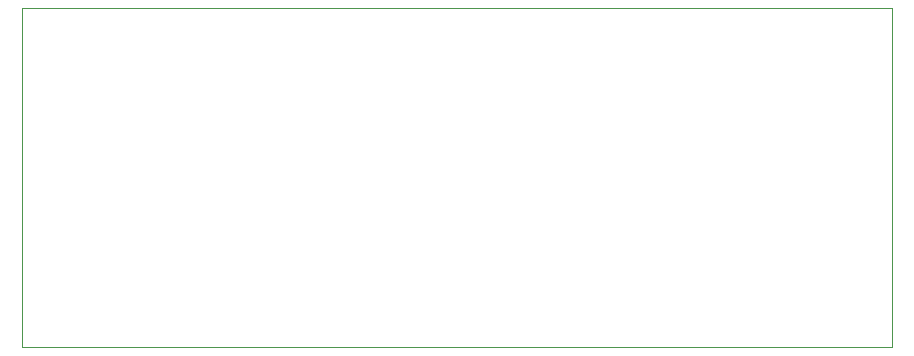
<source format=gbr>
%TF.GenerationSoftware,KiCad,Pcbnew,8.0.7*%
%TF.CreationDate,2025-02-03T10:28:06+01:00*%
%TF.ProjectId,pwmTo_0-5V,70776d54-6f5f-4302-9d35-562e6b696361,rev?*%
%TF.SameCoordinates,Original*%
%TF.FileFunction,Profile,NP*%
%FSLAX46Y46*%
G04 Gerber Fmt 4.6, Leading zero omitted, Abs format (unit mm)*
G04 Created by KiCad (PCBNEW 8.0.7) date 2025-02-03 10:28:06*
%MOMM*%
%LPD*%
G01*
G04 APERTURE LIST*
%TA.AperFunction,Profile*%
%ADD10C,0.050000*%
%TD*%
G04 APERTURE END LIST*
D10*
X64287000Y-53986000D02*
X137947000Y-53986000D01*
X137947000Y-82688000D01*
X64287000Y-82688000D01*
X64287000Y-53986000D01*
M02*

</source>
